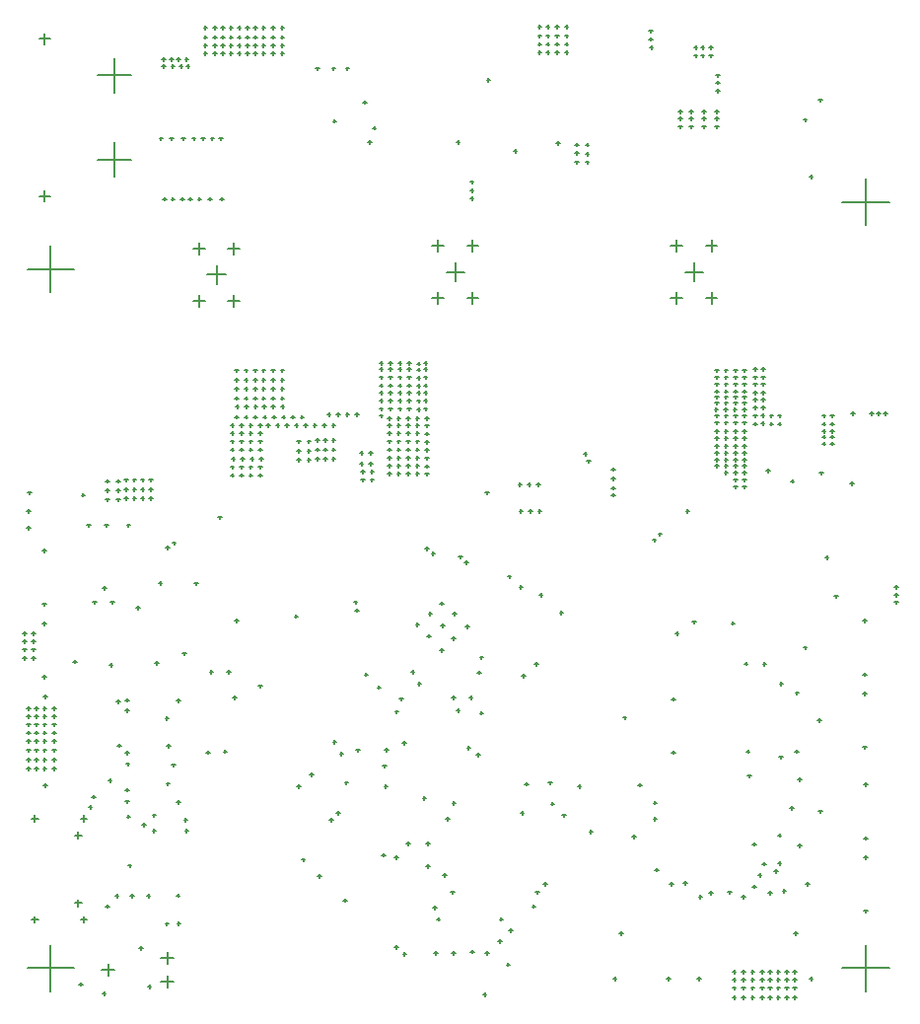
<source format=gbr>
%TF.GenerationSoftware,Altium Limited,Altium Designer,23.1.1 (15)*%
G04 Layer_Color=128*
%FSLAX45Y45*%
%MOMM*%
%TF.SameCoordinates,3B15BE60-5205-462F-B1BE-89E8C5D5736D*%
%TF.FilePolarity,Positive*%
%TF.FileFunction,Drillmap*%
%TF.Part,Single*%
G01*
G75*
%TA.AperFunction,NonConductor*%
%ADD188C,0.12700*%
D188*
X7005000Y10860000D02*
X7295000D01*
X7150000Y10715000D02*
Y11005000D01*
X10175000Y8950000D02*
X10275000D01*
X10225000Y8900000D02*
Y9000000D01*
X9875000Y8950000D02*
X9975000D01*
X9925000Y8900000D02*
Y9000000D01*
X10175000Y9400000D02*
X10275000D01*
X10225000Y9350000D02*
Y9450000D01*
X9875000Y9400000D02*
X9975000D01*
X9925000Y9350000D02*
Y9450000D01*
X9997500Y9175000D02*
X10152500D01*
X10075000Y9097500D02*
Y9252500D01*
X8125000Y8925000D02*
X8225000D01*
X8175000Y8875000D02*
Y8975000D01*
X7825000Y8925000D02*
X7925000D01*
X7875000Y8875000D02*
Y8975000D01*
X8125000Y9375000D02*
X8225000D01*
X8175000Y9325000D02*
Y9425000D01*
X7825000Y9375000D02*
X7925000D01*
X7875000Y9325000D02*
Y9425000D01*
X7947500Y9150000D02*
X8102500D01*
X8025000Y9072500D02*
Y9227500D01*
X12225000Y8950000D02*
X12325000D01*
X12275000Y8900000D02*
Y9000000D01*
X11925001Y8950000D02*
X12025000D01*
X11975000Y8900000D02*
Y9000000D01*
X12225000Y9400000D02*
X12325000D01*
X12275000Y9350000D02*
Y9450000D01*
X11925001Y9400000D02*
X12025000D01*
X11975000Y9350000D02*
Y9450000D01*
X12047500Y9175000D02*
X12202500D01*
X12125000Y9097500D02*
Y9252500D01*
X7548650Y3084900D02*
X7655350D01*
X7602000Y3031550D02*
Y3138250D01*
X7548650Y3288100D02*
X7655350D01*
X7602000Y3234750D02*
Y3341450D01*
X7040650Y3186500D02*
X7147350D01*
X7094000Y3133150D02*
Y3239850D01*
X6400000Y9200000D02*
X6800000D01*
X6600000Y9000000D02*
Y9400000D01*
X7005000Y10140000D02*
X7295000D01*
X7150000Y9995000D02*
Y10285000D01*
X6505000Y9825000D02*
X6595000D01*
X6550000Y9780000D02*
Y9870000D01*
X6505000Y11175000D02*
X6595000D01*
X6550000Y11130000D02*
Y11220000D01*
X6400000Y3200000D02*
X6800000D01*
X6600000Y3000000D02*
Y3400000D01*
X13400000Y3200000D02*
X13800000D01*
X13600000Y3000000D02*
Y3400000D01*
X13400000Y9775000D02*
X13800000D01*
X13600000Y9575000D02*
Y9975000D01*
X6805000Y3760000D02*
X6865000D01*
X6835000Y3730000D02*
Y3790000D01*
X6805000Y4340000D02*
X6865000D01*
X6835000Y4310000D02*
Y4370000D01*
X6857500Y4482500D02*
X6912500D01*
X6885000Y4455000D02*
Y4510000D01*
X6857500Y3617500D02*
X6912500D01*
X6885000Y3590000D02*
Y3645000D01*
X6437500Y3617500D02*
X6492500D01*
X6465000Y3590000D02*
Y3645000D01*
X6437500Y4482500D02*
X6492500D01*
X6465000Y4455000D02*
Y4510000D01*
X11595000Y4330000D02*
X11625000D01*
X11610000Y4315000D02*
Y4345000D01*
X13295000Y7940000D02*
X13325000D01*
X13310001Y7925000D02*
Y7955000D01*
X13225000Y7940000D02*
X13255000D01*
X13239999Y7925000D02*
Y7955000D01*
X13295000Y7870000D02*
X13325000D01*
X13310001Y7855000D02*
Y7885000D01*
X13225000Y7870000D02*
X13255000D01*
X13239999Y7855000D02*
Y7885000D01*
X9225000Y5070000D02*
X9255000D01*
X9240000Y5055000D02*
Y5085000D01*
X9995000Y4480000D02*
X10025000D01*
X10010000Y4465000D02*
Y4495000D01*
X9655000Y4270000D02*
X9685000D01*
X9670000Y4255000D02*
Y4285000D01*
X10045000Y5520000D02*
X10075000D01*
X10060000Y5505000D02*
Y5535000D01*
X9025000Y5140000D02*
X9055000D01*
X9040000Y5125000D02*
Y5155000D01*
X7475000Y4510000D02*
X7505000D01*
X7490000Y4495000D02*
Y4525000D01*
X7425000Y3820000D02*
X7455000D01*
X7440000Y3805000D02*
Y3835000D01*
X7155000Y3820000D02*
X7185000D01*
X7170000Y3805000D02*
Y3835000D01*
X10445000Y3430000D02*
X10475000D01*
X10460000Y3415000D02*
Y3445000D01*
X10515000Y3230000D02*
X10545000D01*
X10530000Y3215000D02*
Y3245000D01*
X9555000Y4150000D02*
X9585000D01*
X9570000Y4135000D02*
Y4165000D01*
X6360300Y6002658D02*
X6390300D01*
X6375300Y5987658D02*
Y6017658D01*
X6360300Y5932658D02*
X6390300D01*
X6375300Y5917658D02*
Y5947658D01*
X6360300Y5862658D02*
X6390300D01*
X6375300Y5847658D02*
Y5877658D01*
X6440300Y6072658D02*
X6470300D01*
X6455300Y6057658D02*
Y6087658D01*
X6440300Y6002658D02*
X6470300D01*
X6455300Y5987658D02*
Y6017658D01*
X6440300Y5932658D02*
X6470300D01*
X6455300Y5917658D02*
Y5947658D01*
X6440300Y5862658D02*
X6470300D01*
X6455300Y5847658D02*
Y5877658D01*
X6360300Y6072658D02*
X6390300D01*
X6375300Y6057658D02*
Y6087658D01*
X12975000Y3030000D02*
X13005000D01*
X12989999Y3015000D02*
Y3045000D01*
X6465000Y4910000D02*
X6495000D01*
X6480000Y4895000D02*
Y4925000D01*
X6465000Y4990000D02*
X6495000D01*
X6480000Y4975000D02*
Y5005000D01*
X6465000Y5070000D02*
X6495000D01*
X6480000Y5055000D02*
Y5085000D01*
X6465000Y5150000D02*
X6495000D01*
X6480000Y5135000D02*
Y5165000D01*
X6465000Y5220000D02*
X6495000D01*
X6480000Y5205000D02*
Y5235000D01*
X6465000Y5290000D02*
X6495000D01*
X6480000Y5275000D02*
Y5305000D01*
X6465000Y5360000D02*
X6495000D01*
X6480000Y5345000D02*
Y5375000D01*
X6465000Y5430000D02*
X6495000D01*
X6480000Y5415000D02*
Y5445000D01*
X6395000Y5430000D02*
X6425000D01*
X6410000Y5415000D02*
Y5445000D01*
X6395000Y5360000D02*
X6425000D01*
X6410000Y5345000D02*
Y5375000D01*
X6395000Y5290000D02*
X6425000D01*
X6410000Y5275000D02*
Y5305000D01*
X6395000Y5220000D02*
X6425000D01*
X6410000Y5205000D02*
Y5235000D01*
X6395000Y5150000D02*
X6425000D01*
X6410000Y5135000D02*
Y5165000D01*
X6395000Y5070000D02*
X6425000D01*
X6410000Y5055000D02*
Y5085000D01*
X6395000Y4990000D02*
X6425000D01*
X6410000Y4975000D02*
Y5005000D01*
X6395000Y4910000D02*
X6425000D01*
X6410000Y4895000D02*
Y4925000D01*
X6535000Y5430000D02*
X6565000D01*
X6550000Y5415000D02*
Y5445000D01*
X6535000Y5360000D02*
X6565000D01*
X6550000Y5345000D02*
Y5375000D01*
X6535000Y5290000D02*
X6565000D01*
X6550000Y5275000D02*
Y5305000D01*
X6535000Y5220000D02*
X6565000D01*
X6550000Y5205000D02*
Y5235000D01*
X6535000Y5150000D02*
X6565000D01*
X6550000Y5135000D02*
Y5165000D01*
X6535000Y5070000D02*
X6565000D01*
X6550000Y5055000D02*
Y5085000D01*
X6535000Y4990000D02*
X6565000D01*
X6550000Y4975000D02*
Y5005000D01*
X6535000Y4910000D02*
X6565000D01*
X6550000Y4895000D02*
Y4925000D01*
X6615000Y5430000D02*
X6645000D01*
X6630000Y5415000D02*
Y5445000D01*
X6615000Y5360000D02*
X6645000D01*
X6630000Y5345000D02*
Y5375000D01*
X6615000Y5290000D02*
X6645000D01*
X6630000Y5275000D02*
Y5305000D01*
X6615000Y5220000D02*
X6645000D01*
X6630000Y5205000D02*
Y5235000D01*
X6615000Y5150000D02*
X6645000D01*
X6630000Y5135000D02*
Y5165000D01*
X6615000Y5070000D02*
X6645000D01*
X6630000Y5055000D02*
Y5085000D01*
X6615000Y4990000D02*
X6645000D01*
X6630000Y4975000D02*
Y5005000D01*
X6615000Y4910000D02*
X6645000D01*
X6630000Y4895000D02*
Y4925000D01*
X12455000Y2950000D02*
X12485000D01*
X12470000Y2935000D02*
Y2965000D01*
X12535000Y2950000D02*
X12565000D01*
X12550000Y2935000D02*
Y2965000D01*
X12615000Y2950000D02*
X12645000D01*
X12630000Y2935000D02*
Y2965000D01*
X12695000Y2950000D02*
X12725000D01*
X12710000Y2935000D02*
Y2965000D01*
X12765000Y2950000D02*
X12795000D01*
X12780000Y2935000D02*
Y2965000D01*
X12835001Y2950000D02*
X12864999D01*
X12850000Y2935000D02*
Y2965000D01*
X12905000Y2950000D02*
X12935001D01*
X12920000Y2935000D02*
Y2965000D01*
X12975000Y2950000D02*
X13005000D01*
X12989999Y2935000D02*
Y2965000D01*
X12455000Y3030000D02*
X12485000D01*
X12470000Y3015000D02*
Y3045000D01*
X12535000Y3030000D02*
X12565000D01*
X12550000Y3015000D02*
Y3045000D01*
X12615000Y3030000D02*
X12645000D01*
X12630000Y3015000D02*
Y3045000D01*
X12695000Y3030000D02*
X12725000D01*
X12710000Y3015000D02*
Y3045000D01*
X12765000Y3030000D02*
X12795000D01*
X12780000Y3015000D02*
Y3045000D01*
X12835001Y3030000D02*
X12864999D01*
X12850000Y3015000D02*
Y3045000D01*
X12905000Y3030000D02*
X12935001D01*
X12920000Y3015000D02*
Y3045000D01*
X12455000Y3170000D02*
X12485000D01*
X12470000Y3155000D02*
Y3185000D01*
X12535000Y3170000D02*
X12565000D01*
X12550000Y3155000D02*
Y3185000D01*
X12615000Y3170000D02*
X12645000D01*
X12630000Y3155000D02*
Y3185000D01*
X12695000Y3170000D02*
X12725000D01*
X12710000Y3155000D02*
Y3185000D01*
X12765000Y3170000D02*
X12795000D01*
X12780000Y3155000D02*
Y3185000D01*
X12835001Y3170000D02*
X12864999D01*
X12850000Y3155000D02*
Y3185000D01*
X12905000Y3170000D02*
X12935001D01*
X12920000Y3155000D02*
Y3185000D01*
X12975000Y3170000D02*
X13005000D01*
X12989999Y3155000D02*
Y3185000D01*
X12975000Y3100000D02*
X13005000D01*
X12989999Y3085000D02*
Y3115000D01*
X12905000Y3100000D02*
X12935001D01*
X12920000Y3085000D02*
Y3115000D01*
X12835001Y3100000D02*
X12864999D01*
X12850000Y3085000D02*
Y3115000D01*
X12765000Y3100000D02*
X12795000D01*
X12780000Y3085000D02*
Y3115000D01*
X12695000Y3100000D02*
X12725000D01*
X12710000Y3085000D02*
Y3115000D01*
X12615000Y3100000D02*
X12645000D01*
X12630000Y3085000D02*
Y3115000D01*
X12535000Y3100000D02*
X12565000D01*
X12550000Y3085000D02*
Y3115000D01*
X12455000Y3100000D02*
X12485000D01*
X12470000Y3085000D02*
Y3115000D01*
X12675000Y4000000D02*
X12705000D01*
X12690000Y3985000D02*
Y4015000D01*
X12814999Y4030000D02*
X12845000D01*
X12830000Y4015000D02*
Y4045000D01*
X9557218Y5400000D02*
X9587218D01*
X9572218Y5385000D02*
Y5415000D01*
X9445000Y4170000D02*
X9475000D01*
X9460000Y4155000D02*
Y4185000D01*
X10085000Y5410000D02*
X10115000D01*
X10100000Y5395000D02*
Y5425000D01*
X10195000Y5520000D02*
X10225000D01*
X10210000Y5505000D02*
Y5535000D01*
X6795000Y5830000D02*
X6825000D01*
X6810000Y5815000D02*
Y5845000D01*
X11415000Y7260000D02*
X11445000D01*
X11430000Y7245000D02*
Y7275000D01*
X11415000Y7320000D02*
X11445000D01*
X11430000Y7305000D02*
Y7335000D01*
X11415000Y7400000D02*
X11445000D01*
X11430000Y7385000D02*
Y7415000D01*
X11415000Y7480000D02*
X11445000D01*
X11430000Y7465000D02*
Y7495000D01*
X13475000Y7960000D02*
X13505000D01*
X13489999Y7945000D02*
Y7975000D01*
X13464999Y7360000D02*
X13495000D01*
X13480000Y7345000D02*
Y7375000D01*
X13251678Y6722405D02*
X13281677D01*
X13266678Y6707405D02*
Y6737405D01*
X13330637Y6390240D02*
X13360637D01*
X13345638Y6375240D02*
Y6405240D01*
X12745000Y7470000D02*
X12775000D01*
X12760000Y7455000D02*
Y7485000D01*
X11743189Y11099973D02*
X11773189D01*
X11758189Y11084974D02*
Y11114973D01*
X11739784Y11171657D02*
X11769784D01*
X11754784Y11156657D02*
Y11186657D01*
X11739784Y11241657D02*
X11769784D01*
X11754784Y11226657D02*
Y11256657D01*
X9825000Y4270000D02*
X9855000D01*
X9840000Y4255000D02*
Y4285000D01*
X6395000Y6980000D02*
X6425000D01*
X6410000Y6965000D02*
Y6995000D01*
X12035000Y3930000D02*
X12065000D01*
X12050000Y3915000D02*
Y3945000D01*
X9895000Y3330000D02*
X9925000D01*
X9910000Y3315000D02*
Y3345000D01*
X10045000Y3330000D02*
X10075000D01*
X10060000Y3315000D02*
Y3345000D01*
X10205000Y3340000D02*
X10235000D01*
X10220000Y3325000D02*
Y3355000D01*
X13114999Y9990000D02*
X13145000D01*
X13130000Y9975000D02*
Y10005000D01*
X11995000Y10550000D02*
X12025000D01*
X12010000Y10535000D02*
Y10565000D01*
X11995000Y10490000D02*
X12025000D01*
X12010000Y10475000D02*
Y10505000D01*
X11995000Y10420000D02*
X12025000D01*
X12010000Y10405000D02*
Y10435000D01*
X12085000Y10550000D02*
X12115000D01*
X12100000Y10535000D02*
Y10565000D01*
X12085000Y10490000D02*
X12115000D01*
X12100000Y10475000D02*
Y10505000D01*
X12085000Y10420000D02*
X12115000D01*
X12100000Y10405000D02*
Y10435000D01*
X12195000Y10550000D02*
X12225000D01*
X12210000Y10535000D02*
Y10565000D01*
X12195000Y10490000D02*
X12225000D01*
X12210000Y10475000D02*
Y10505000D01*
X12195000Y10420000D02*
X12225000D01*
X12210000Y10405000D02*
Y10435000D01*
X13845000Y6470000D02*
X13875000D01*
X13860001Y6455000D02*
Y6485000D01*
X13845000Y6400000D02*
X13875000D01*
X13860001Y6385000D02*
Y6415000D01*
X13845000Y6340000D02*
X13875000D01*
X13860001Y6325000D02*
Y6355000D01*
X13755000Y7960000D02*
X13785001D01*
X13770000Y7945000D02*
Y7975000D01*
X13695000Y7960000D02*
X13725000D01*
X13710001Y7945000D02*
Y7975000D01*
X13635001Y7960000D02*
X13664999D01*
X13650000Y7945000D02*
Y7975000D01*
X13195000Y10650000D02*
X13225000D01*
X13210001Y10635000D02*
Y10665000D01*
X12125000Y11030000D02*
X12155000D01*
X12140000Y11015000D02*
Y11045000D01*
X12185000Y11030000D02*
X12215000D01*
X12200000Y11015000D02*
Y11045000D01*
X12255000Y11030000D02*
X12285000D01*
X12270000Y11015000D02*
Y11045000D01*
X12125000Y11100000D02*
X12155000D01*
X12140000Y11085000D02*
Y11115000D01*
X12185000Y11100000D02*
X12215000D01*
X12200000Y11085000D02*
Y11115000D01*
X12255000Y11100000D02*
X12285000D01*
X12270000Y11085000D02*
Y11115000D01*
X12315000Y10730000D02*
X12345000D01*
X12330000Y10715000D02*
Y10745000D01*
X12315000Y10800000D02*
X12345000D01*
X12330000Y10785000D02*
Y10815000D01*
X12315000Y10860000D02*
X12345000D01*
X12330000Y10845000D02*
Y10875000D01*
X13064999Y10480000D02*
X13095000D01*
X13080000Y10465000D02*
Y10495000D01*
X12305000Y10420000D02*
X12335000D01*
X12320000Y10405000D02*
Y10435000D01*
X12305000Y10490000D02*
X12335000D01*
X12320000Y10475000D02*
Y10505000D01*
X12305000Y10550000D02*
X12335000D01*
X12320000Y10535000D02*
Y10565000D01*
X11192764Y10115706D02*
X11222764D01*
X11207764Y10100706D02*
Y10130706D01*
X11192764Y10185706D02*
X11222764D01*
X11207764Y10170706D02*
Y10200706D01*
X11192764Y10265706D02*
X11222764D01*
X11207764Y10250706D02*
Y10280706D01*
X11102764Y10115706D02*
X11132764D01*
X11117764Y10100706D02*
Y10130706D01*
X11102764Y10195706D02*
X11132764D01*
X11117764Y10180706D02*
Y10210706D01*
X11102764Y10265706D02*
X11132764D01*
X11117764Y10250706D02*
Y10280706D01*
X10202764Y9805706D02*
X10232764D01*
X10217764Y9790706D02*
Y9820706D01*
X10202764Y9875706D02*
X10232764D01*
X10217764Y9860706D02*
Y9890706D01*
X10202764Y9945706D02*
X10232764D01*
X10217764Y9930706D02*
Y9960706D01*
X11015000Y11280000D02*
X11045000D01*
X11030000Y11265000D02*
Y11295000D01*
X10935000Y11280000D02*
X10965000D01*
X10950000Y11265000D02*
Y11295000D01*
X10855000Y11280000D02*
X10885000D01*
X10870000Y11265000D02*
Y11295000D01*
X10785000Y11280000D02*
X10815000D01*
X10800000Y11265000D02*
Y11295000D01*
X10785000Y11200000D02*
X10815000D01*
X10800000Y11185000D02*
Y11215000D01*
X10855000Y11200000D02*
X10885000D01*
X10870000Y11185000D02*
Y11215000D01*
X10935000Y11200000D02*
X10965000D01*
X10950000Y11185000D02*
Y11215000D01*
X11015000Y11200000D02*
X11045000D01*
X11030000Y11185000D02*
Y11215000D01*
X10785000Y11130000D02*
X10815000D01*
X10800000Y11115000D02*
Y11145000D01*
X10855000Y11130000D02*
X10885000D01*
X10870000Y11115000D02*
Y11145000D01*
X10935000Y11130000D02*
X10965000D01*
X10950000Y11115000D02*
Y11145000D01*
X11015000Y11130000D02*
X11045000D01*
X11030000Y11115000D02*
Y11145000D01*
X10785000Y11060000D02*
X10815000D01*
X10800000Y11045000D02*
Y11075000D01*
X10855000Y11060000D02*
X10885000D01*
X10870000Y11045000D02*
Y11075000D01*
X10935000Y11060000D02*
X10965000D01*
X10950000Y11045000D02*
Y11075000D01*
X11015000Y11060000D02*
X11045000D01*
X11030000Y11045000D02*
Y11075000D01*
X10945000Y10280000D02*
X10975000D01*
X10960000Y10265000D02*
Y10295000D01*
X10575000Y10210000D02*
X10605000D01*
X10590000Y10195000D02*
Y10225000D01*
X10085000Y10290000D02*
X10115000D01*
X10100000Y10275000D02*
Y10305000D01*
X10345000Y10820000D02*
X10375000D01*
X10360000Y10805000D02*
Y10835000D01*
X8055000Y9800000D02*
X8085000D01*
X8070000Y9785000D02*
Y9815000D01*
X7955000Y9800000D02*
X7985000D01*
X7970000Y9785000D02*
Y9815000D01*
X7865000Y9800000D02*
X7895000D01*
X7880000Y9785000D02*
Y9815000D01*
X7785000Y9800000D02*
X7815000D01*
X7800000Y9785000D02*
Y9815000D01*
X7715000Y9800000D02*
X7745000D01*
X7730000Y9785000D02*
Y9815000D01*
X7635000Y9800000D02*
X7665000D01*
X7650000Y9785000D02*
Y9815000D01*
X7565000Y9800000D02*
X7595000D01*
X7580000Y9785000D02*
Y9815000D01*
X9285000Y10630000D02*
X9315000D01*
X9300000Y10615000D02*
Y10645000D01*
X9015000Y10920000D02*
X9045000D01*
X9030000Y10905000D02*
Y10935000D01*
X8875000Y10920000D02*
X8905000D01*
X8890000Y10905000D02*
Y10935000D01*
X9135000Y10920000D02*
X9165000D01*
X9150000Y10905000D02*
Y10935000D01*
X9365000Y10410000D02*
X9395000D01*
X9380000Y10395000D02*
Y10425000D01*
X9325000Y10290000D02*
X9355000D01*
X9340000Y10275000D02*
Y10305000D01*
X8575000Y11050000D02*
X8605000D01*
X8590000Y11035000D02*
Y11065000D01*
X8495000Y11050000D02*
X8525000D01*
X8510000Y11035000D02*
Y11065000D01*
X8415000Y11050000D02*
X8445000D01*
X8430000Y11035000D02*
Y11065000D01*
X8345000Y11050000D02*
X8375000D01*
X8360000Y11035000D02*
Y11065000D01*
X8275000Y11050000D02*
X8305000D01*
X8290000Y11035000D02*
Y11065000D01*
X8205000Y11050000D02*
X8235000D01*
X8220000Y11035000D02*
Y11065000D01*
X8135000Y11050000D02*
X8165000D01*
X8150000Y11035000D02*
Y11065000D01*
X8065000Y11050000D02*
X8095000D01*
X8080000Y11035000D02*
Y11065000D01*
X7995000Y11050000D02*
X8025000D01*
X8010000Y11035000D02*
Y11065000D01*
X7915000Y11050000D02*
X7945000D01*
X7930000Y11035000D02*
Y11065000D01*
X8575000Y11120000D02*
X8605000D01*
X8590000Y11105000D02*
Y11135000D01*
X8495000Y11120000D02*
X8525000D01*
X8510000Y11105000D02*
Y11135000D01*
X8415000Y11120000D02*
X8445000D01*
X8430000Y11105000D02*
Y11135000D01*
X8345000Y11120000D02*
X8375000D01*
X8360000Y11105000D02*
Y11135000D01*
X8275000Y11120000D02*
X8305000D01*
X8290000Y11105000D02*
Y11135000D01*
X8205000Y11120000D02*
X8235000D01*
X8220000Y11105000D02*
Y11135000D01*
X8135000Y11120000D02*
X8165000D01*
X8150000Y11105000D02*
Y11135000D01*
X8065000Y11120000D02*
X8095000D01*
X8080000Y11105000D02*
Y11135000D01*
X7995000Y11120000D02*
X8025000D01*
X8010000Y11105000D02*
Y11135000D01*
X7915000Y11120000D02*
X7945000D01*
X7930000Y11105000D02*
Y11135000D01*
X8575000Y11190000D02*
X8605000D01*
X8590000Y11175000D02*
Y11205000D01*
X8495000Y11190000D02*
X8525000D01*
X8510000Y11175000D02*
Y11205000D01*
X8415000Y11190000D02*
X8445000D01*
X8430000Y11175000D02*
Y11205000D01*
X8345000Y11190000D02*
X8375000D01*
X8360000Y11175000D02*
Y11205000D01*
X8275000Y11190000D02*
X8305000D01*
X8290000Y11175000D02*
Y11205000D01*
X8205000Y11190000D02*
X8235000D01*
X8220000Y11175000D02*
Y11205000D01*
X8135000Y11190000D02*
X8165000D01*
X8150000Y11175000D02*
Y11205000D01*
X8065000Y11190000D02*
X8095000D01*
X8080000Y11175000D02*
Y11205000D01*
X7995000Y11190000D02*
X8025000D01*
X8010000Y11175000D02*
Y11205000D01*
X7915000Y11190000D02*
X7945000D01*
X7930000Y11175000D02*
Y11205000D01*
X7915000Y11270000D02*
X7945000D01*
X7930000Y11255000D02*
Y11285000D01*
X7995000Y11270000D02*
X8025000D01*
X8010000Y11255000D02*
Y11285000D01*
X8065000Y11270000D02*
X8095000D01*
X8080000Y11255000D02*
Y11285000D01*
X8135000Y11270000D02*
X8165000D01*
X8150000Y11255000D02*
Y11285000D01*
X8205000Y11270000D02*
X8235000D01*
X8220000Y11255000D02*
Y11285000D01*
X8275000Y11270000D02*
X8305000D01*
X8290000Y11255000D02*
Y11285000D01*
X8345000Y11270000D02*
X8375000D01*
X8360000Y11255000D02*
Y11285000D01*
X8415000Y11270000D02*
X8445000D01*
X8430000Y11255000D02*
Y11285000D01*
X8495000Y11270000D02*
X8525000D01*
X8510000Y11255000D02*
Y11285000D01*
X8575000Y11270000D02*
X8605000D01*
X8590000Y11255000D02*
Y11285000D01*
X8045000Y10320000D02*
X8075000D01*
X8060000Y10305000D02*
Y10335000D01*
X7975000Y10320000D02*
X8005000D01*
X7990000Y10305000D02*
Y10335000D01*
X7895000Y10320000D02*
X7925000D01*
X7910000Y10305000D02*
Y10335000D01*
X7815000Y10320000D02*
X7845000D01*
X7830000Y10305000D02*
Y10335000D01*
X7725000Y10320000D02*
X7755000D01*
X7740000Y10305000D02*
Y10335000D01*
X7625349Y10318751D02*
X7655349D01*
X7640349Y10303751D02*
Y10333751D01*
X7535000Y10320000D02*
X7565000D01*
X7550000Y10305000D02*
Y10335000D01*
X9025000Y10470000D02*
X9055000D01*
X9040000Y10455000D02*
Y10485000D01*
X7765000Y10940000D02*
X7795000D01*
X7780000Y10925000D02*
Y10955000D01*
X7705000Y10940000D02*
X7735000D01*
X7720000Y10925000D02*
Y10955000D01*
X7635000Y10940000D02*
X7665000D01*
X7650000Y10925000D02*
Y10955000D01*
X7555000Y10940000D02*
X7585000D01*
X7570000Y10925000D02*
Y10955000D01*
X7755000Y11000000D02*
X7785000D01*
X7770000Y10985000D02*
Y11015000D01*
X7685000Y11000000D02*
X7715000D01*
X7700000Y10985000D02*
Y11015000D01*
X7625000Y11000000D02*
X7655000D01*
X7640000Y10985000D02*
Y11015000D01*
X7555000Y11000000D02*
X7585000D01*
X7570000Y10985000D02*
Y11015000D01*
X12705000Y8010000D02*
X12735000D01*
X12720000Y7995000D02*
Y8025000D01*
X12705000Y8080000D02*
X12735000D01*
X12720000Y8065000D02*
Y8095000D01*
X12705000Y8140000D02*
X12735000D01*
X12720000Y8125000D02*
Y8155000D01*
X12705000Y8210000D02*
X12735000D01*
X12720000Y8195000D02*
Y8225000D01*
X12705000Y8270000D02*
X12735000D01*
X12720000Y8255000D02*
Y8285000D01*
X12705000Y8340000D02*
X12735000D01*
X12720000Y8325000D02*
Y8355000D01*
X12635000Y8270000D02*
X12665000D01*
X12650000Y8255000D02*
Y8285000D01*
X12635000Y8340000D02*
X12665000D01*
X12650000Y8325000D02*
Y8355000D01*
X12635000Y8140000D02*
X12665000D01*
X12650000Y8125000D02*
Y8155000D01*
X12635000Y8210000D02*
X12665000D01*
X12650000Y8195000D02*
Y8225000D01*
X12635000Y8010000D02*
X12665000D01*
X12650000Y7995000D02*
Y8025000D01*
X12635000Y8080000D02*
X12665000D01*
X12650000Y8065000D02*
Y8095000D01*
X13225000Y7700000D02*
X13255000D01*
X13239999Y7685000D02*
Y7715000D01*
X13295000Y7700000D02*
X13325000D01*
X13310001Y7685000D02*
Y7715000D01*
X13225000Y7760000D02*
X13255000D01*
X13239999Y7745000D02*
Y7775000D01*
X13295000Y7760000D02*
X13325000D01*
X13310001Y7745000D02*
Y7775000D01*
X13225000Y7810000D02*
X13255000D01*
X13239999Y7795000D02*
Y7825000D01*
X13295000Y7810000D02*
X13325000D01*
X13310001Y7795000D02*
Y7825000D01*
X12845000Y7940000D02*
X12875000D01*
X12860001Y7925000D02*
Y7955000D01*
X12845000Y7870000D02*
X12875000D01*
X12860001Y7855000D02*
Y7885000D01*
X12775000Y7940000D02*
X12805000D01*
X12790000Y7925000D02*
Y7955000D01*
X12775000Y7870000D02*
X12805000D01*
X12790000Y7855000D02*
Y7885000D01*
X12700501Y7944000D02*
X12730501D01*
X12715501Y7929000D02*
Y7959000D01*
X12700501Y7874000D02*
X12730501D01*
X12715501Y7859000D02*
Y7889000D01*
X12635000Y7940000D02*
X12665000D01*
X12650000Y7925000D02*
Y7955000D01*
X12635000Y7870000D02*
X12665000D01*
X12650000Y7855000D02*
Y7885000D01*
X12545000Y7330000D02*
X12575000D01*
X12560000Y7315000D02*
Y7345000D01*
X12465000Y7330000D02*
X12495000D01*
X12480000Y7315000D02*
Y7345000D01*
X12465000Y7390000D02*
X12495000D01*
X12480000Y7375000D02*
Y7405000D01*
X12545000Y7390000D02*
X12575000D01*
X12560000Y7375000D02*
Y7405000D01*
X12385000Y7450000D02*
X12415000D01*
X12400000Y7435000D02*
Y7465000D01*
X12465000Y7450000D02*
X12495000D01*
X12480000Y7435000D02*
Y7465000D01*
X12545000Y7450000D02*
X12575000D01*
X12560000Y7435000D02*
Y7465000D01*
X12545000Y7510000D02*
X12575000D01*
X12560000Y7495000D02*
Y7525000D01*
X12465000Y7510000D02*
X12495000D01*
X12480000Y7495000D02*
Y7525000D01*
X12385000Y7510000D02*
X12415000D01*
X12400000Y7495000D02*
Y7525000D01*
X12305000Y7510000D02*
X12335000D01*
X12320000Y7495000D02*
Y7525000D01*
X12545000Y7560000D02*
X12575000D01*
X12560000Y7545000D02*
Y7575000D01*
X12465000Y7560000D02*
X12495000D01*
X12480000Y7545000D02*
Y7575000D01*
X12385000Y7560000D02*
X12415000D01*
X12400000Y7545000D02*
Y7575000D01*
X12305000Y7560000D02*
X12335000D01*
X12320000Y7545000D02*
Y7575000D01*
X12545000Y7620000D02*
X12575000D01*
X12560000Y7605000D02*
Y7635000D01*
X12465000Y7620000D02*
X12495000D01*
X12480000Y7605000D02*
Y7635000D01*
X12385000Y7620000D02*
X12415000D01*
X12400000Y7605000D02*
Y7635000D01*
X12305000Y7620000D02*
X12335000D01*
X12320000Y7605000D02*
Y7635000D01*
X12545000Y7680000D02*
X12575000D01*
X12560000Y7665000D02*
Y7695000D01*
X12465000Y7680000D02*
X12495000D01*
X12480000Y7665000D02*
Y7695000D01*
X12385000Y7680000D02*
X12415000D01*
X12400000Y7665000D02*
Y7695000D01*
X12305000Y7680000D02*
X12335000D01*
X12320000Y7665000D02*
Y7695000D01*
X12545000Y7750000D02*
X12575000D01*
X12560000Y7735000D02*
Y7765000D01*
X12465000Y7750000D02*
X12495000D01*
X12480000Y7735000D02*
Y7765000D01*
X12385000Y7750000D02*
X12415000D01*
X12400000Y7735000D02*
Y7765000D01*
X12305000Y7750000D02*
X12335000D01*
X12320000Y7735000D02*
Y7765000D01*
X12545000Y7810000D02*
X12575000D01*
X12560000Y7795000D02*
Y7825000D01*
X12465000Y7810000D02*
X12495000D01*
X12480000Y7795000D02*
Y7825000D01*
X12385000Y7810000D02*
X12415000D01*
X12400000Y7795000D02*
Y7825000D01*
X12305000Y7810000D02*
X12335000D01*
X12320000Y7795000D02*
Y7825000D01*
X12545000Y7880000D02*
X12575000D01*
X12560000Y7865000D02*
Y7895000D01*
X12465000Y7880000D02*
X12495000D01*
X12480000Y7865000D02*
Y7895000D01*
X12385000Y7880000D02*
X12415000D01*
X12400000Y7865000D02*
Y7895000D01*
X12305000Y7880000D02*
X12335000D01*
X12320000Y7865000D02*
Y7895000D01*
X12545000Y7940000D02*
X12575000D01*
X12560000Y7925000D02*
Y7955000D01*
X12465000Y7940000D02*
X12495000D01*
X12480000Y7925000D02*
Y7955000D01*
X12385000Y7940000D02*
X12415000D01*
X12400000Y7925000D02*
Y7955000D01*
X12305000Y7940000D02*
X12335000D01*
X12320000Y7925000D02*
Y7955000D01*
X12541700Y7995000D02*
X12571700D01*
X12556700Y7980000D02*
Y8010000D01*
X12461701Y7995000D02*
X12491700D01*
X12476700Y7980000D02*
Y8010000D01*
X12381700Y7995000D02*
X12411700D01*
X12396700Y7980000D02*
Y8010000D01*
X12301700Y7995000D02*
X12331700D01*
X12316700Y7980000D02*
Y8010000D01*
X12545000Y8050000D02*
X12575000D01*
X12560000Y8035000D02*
Y8065000D01*
X12465000Y8050000D02*
X12495000D01*
X12480000Y8035000D02*
Y8065000D01*
X12385000Y8050000D02*
X12415000D01*
X12400000Y8035000D02*
Y8065000D01*
X12305000Y8050000D02*
X12335000D01*
X12320000Y8035000D02*
Y8065000D01*
X12545000Y8100000D02*
X12575000D01*
X12560000Y8085000D02*
Y8115000D01*
X12465000Y8100000D02*
X12495000D01*
X12480000Y8085000D02*
Y8115000D01*
X12385000Y8100000D02*
X12415000D01*
X12400000Y8085000D02*
Y8115000D01*
X12305000Y8100000D02*
X12335000D01*
X12320000Y8085000D02*
Y8115000D01*
X12545000Y8150000D02*
X12575000D01*
X12560000Y8135000D02*
Y8165000D01*
X12465000Y8150000D02*
X12495000D01*
X12480000Y8135000D02*
Y8165000D01*
X12385000Y8150000D02*
X12415000D01*
X12400000Y8135000D02*
Y8165000D01*
X12305000Y8150000D02*
X12335000D01*
X12320000Y8135000D02*
Y8165000D01*
X12545000Y8210000D02*
X12575000D01*
X12560000Y8195000D02*
Y8225000D01*
X12465000Y8210000D02*
X12495000D01*
X12480000Y8195000D02*
Y8225000D01*
X12385000Y8210000D02*
X12415000D01*
X12400000Y8195000D02*
Y8225000D01*
X12305000Y8210000D02*
X12335000D01*
X12320000Y8195000D02*
Y8225000D01*
X12545000Y8270000D02*
X12575000D01*
X12560000Y8255000D02*
Y8285000D01*
X12465000Y8270000D02*
X12495000D01*
X12480000Y8255000D02*
Y8285000D01*
X12385000Y8270000D02*
X12415000D01*
X12400000Y8255000D02*
Y8285000D01*
X12305000Y8270000D02*
X12335000D01*
X12320000Y8255000D02*
Y8285000D01*
X12545000Y8330000D02*
X12575000D01*
X12560000Y8315000D02*
Y8345000D01*
X12465000Y8330000D02*
X12495000D01*
X12480000Y8315000D02*
Y8345000D01*
X12385000Y8330000D02*
X12415000D01*
X12400000Y8315000D02*
Y8345000D01*
X12305000Y8330000D02*
X12335000D01*
X12320000Y8315000D02*
Y8345000D01*
X10625000Y7120000D02*
X10655000D01*
X10640000Y7105000D02*
Y7135000D01*
X10705000Y7120000D02*
X10735000D01*
X10720000Y7105000D02*
Y7135000D01*
X10785000Y7120000D02*
X10815000D01*
X10800000Y7105000D02*
Y7135000D01*
X10775000Y7350000D02*
X10805000D01*
X10790000Y7335000D02*
Y7365000D01*
X10695000Y7350000D02*
X10725000D01*
X10710000Y7335000D02*
Y7365000D01*
X10615000Y7350000D02*
X10645000D01*
X10630000Y7335000D02*
Y7365000D01*
X9265000Y7390000D02*
X9295000D01*
X9280000Y7375000D02*
Y7405000D01*
X9345000Y7390000D02*
X9375000D01*
X9360000Y7375000D02*
Y7405000D01*
X9265000Y7460000D02*
X9295000D01*
X9280000Y7445000D02*
Y7475000D01*
X9345000Y7460000D02*
X9375000D01*
X9360000Y7445000D02*
Y7475000D01*
X9255000Y7530000D02*
X9285000D01*
X9270000Y7515000D02*
Y7545000D01*
X9335000Y7530000D02*
X9365000D01*
X9350000Y7515000D02*
Y7545000D01*
X9335000Y7620000D02*
X9365000D01*
X9350000Y7605000D02*
Y7635000D01*
X9255000Y7620000D02*
X9285000D01*
X9270000Y7605000D02*
Y7635000D01*
X9805000Y8070000D02*
X9835000D01*
X9820000Y8055000D02*
Y8085000D01*
X9805000Y8140000D02*
X9835000D01*
X9820000Y8125000D02*
Y8155000D01*
X9805000Y8200000D02*
X9835000D01*
X9820000Y8185000D02*
Y8215000D01*
X9805000Y8270000D02*
X9835000D01*
X9820000Y8255000D02*
Y8285000D01*
X9805000Y8340000D02*
X9835000D01*
X9820000Y8325000D02*
Y8355000D01*
X9805000Y8390000D02*
X9835000D01*
X9820000Y8375000D02*
Y8405000D01*
X9425000Y8390000D02*
X9455000D01*
X9440000Y8375000D02*
Y8405000D01*
X9505000Y8390000D02*
X9535000D01*
X9520000Y8375000D02*
Y8405000D01*
X9585000Y8390000D02*
X9615000D01*
X9600000Y8375000D02*
Y8405000D01*
X9665000Y8390000D02*
X9695000D01*
X9680000Y8375000D02*
Y8405000D01*
X9745335Y8386095D02*
X9775335D01*
X9760335Y8371095D02*
Y8401095D01*
X9425000Y8340000D02*
X9455000D01*
X9440000Y8325000D02*
Y8355000D01*
X9505000Y8340000D02*
X9535000D01*
X9520000Y8325000D02*
Y8355000D01*
X9585000Y8340000D02*
X9615000D01*
X9600000Y8325000D02*
Y8355000D01*
X9665000Y8340000D02*
X9695000D01*
X9680000Y8325000D02*
Y8355000D01*
X9745335Y8336095D02*
X9775335D01*
X9760335Y8321095D02*
Y8351095D01*
X9425000Y8270000D02*
X9455000D01*
X9440000Y8255000D02*
Y8285000D01*
X9505000Y8270000D02*
X9535000D01*
X9520000Y8255000D02*
Y8285000D01*
X9585000Y8270000D02*
X9615000D01*
X9600000Y8255000D02*
Y8285000D01*
X9665000Y8270000D02*
X9695000D01*
X9680000Y8255000D02*
Y8285000D01*
X9745335Y8266095D02*
X9775335D01*
X9760335Y8251095D02*
Y8281095D01*
X9425000Y8200000D02*
X9455000D01*
X9440000Y8185000D02*
Y8215000D01*
X9505000Y8200000D02*
X9535000D01*
X9520000Y8185000D02*
Y8215000D01*
X9585000Y8200000D02*
X9615000D01*
X9600000Y8185000D02*
Y8215000D01*
X9665000Y8200000D02*
X9695000D01*
X9680000Y8185000D02*
Y8215000D01*
X9745335Y8196095D02*
X9775335D01*
X9760335Y8181095D02*
Y8211095D01*
X9425000Y8140000D02*
X9455000D01*
X9440000Y8125000D02*
Y8155000D01*
X9505000Y8140000D02*
X9535000D01*
X9520000Y8125000D02*
Y8155000D01*
X9585000Y8140000D02*
X9615000D01*
X9600000Y8125000D02*
Y8155000D01*
X9665000Y8140000D02*
X9695000D01*
X9680000Y8125000D02*
Y8155000D01*
X9745335Y8136095D02*
X9775335D01*
X9760335Y8121095D02*
Y8151095D01*
X9425000Y8070000D02*
X9455000D01*
X9440000Y8055000D02*
Y8085000D01*
X9505000Y8070000D02*
X9535000D01*
X9520000Y8055000D02*
Y8085000D01*
X9585000Y8070000D02*
X9615000D01*
X9600000Y8055000D02*
Y8085000D01*
X9665000Y8070000D02*
X9695000D01*
X9680000Y8055000D02*
Y8085000D01*
X9745335Y8066095D02*
X9775335D01*
X9760335Y8051095D02*
Y8081095D01*
X9815000Y7440000D02*
X9845000D01*
X9830000Y7425000D02*
Y7455000D01*
X9805000Y8000000D02*
X9835000D01*
X9820000Y7985000D02*
Y8015000D01*
X9425000Y7940000D02*
X9455000D01*
X9440000Y7925000D02*
Y7955000D01*
X9425000Y8000000D02*
X9455000D01*
X9440000Y7985000D02*
Y8015000D01*
X9505000Y8000000D02*
X9535000D01*
X9520000Y7985000D02*
Y8015000D01*
X9585000Y8000000D02*
X9615000D01*
X9600000Y7985000D02*
Y8015000D01*
X9665000Y8000000D02*
X9695000D01*
X9680000Y7985000D02*
Y8015000D01*
X9745335Y7996095D02*
X9775335D01*
X9760335Y7981095D02*
Y8011095D01*
X9495000Y7920000D02*
X9525000D01*
X9510000Y7905000D02*
Y7935000D01*
X9575000Y7920000D02*
X9605000D01*
X9590000Y7905000D02*
Y7935000D01*
X9655000Y7920000D02*
X9685000D01*
X9670000Y7905000D02*
Y7935000D01*
X9735000Y7920000D02*
X9765000D01*
X9750000Y7905000D02*
Y7935000D01*
X9815335Y7916095D02*
X9845335D01*
X9830335Y7901095D02*
Y7931095D01*
X9495000Y7860000D02*
X9525000D01*
X9510000Y7845000D02*
Y7875000D01*
X9575000Y7860000D02*
X9605000D01*
X9590000Y7845000D02*
Y7875000D01*
X9655000Y7860000D02*
X9685000D01*
X9670000Y7845000D02*
Y7875000D01*
X9735000Y7860000D02*
X9765000D01*
X9750000Y7845000D02*
Y7875000D01*
X9815335Y7856095D02*
X9845335D01*
X9830335Y7841095D02*
Y7871095D01*
X9495000Y7790000D02*
X9525000D01*
X9510000Y7775000D02*
Y7805000D01*
X9575000Y7790000D02*
X9605000D01*
X9590000Y7775000D02*
Y7805000D01*
X9655000Y7790000D02*
X9685000D01*
X9670000Y7775000D02*
Y7805000D01*
X9735000Y7790000D02*
X9765000D01*
X9750000Y7775000D02*
Y7805000D01*
X9815335Y7786095D02*
X9845335D01*
X9830335Y7771095D02*
Y7801095D01*
X9495000Y7720000D02*
X9525000D01*
X9510000Y7705000D02*
Y7735000D01*
X9575000Y7720000D02*
X9605000D01*
X9590000Y7705000D02*
Y7735000D01*
X9655000Y7720000D02*
X9685000D01*
X9670000Y7705000D02*
Y7735000D01*
X9735000Y7720000D02*
X9765000D01*
X9750000Y7705000D02*
Y7735000D01*
X9815335Y7716095D02*
X9845335D01*
X9830335Y7701095D02*
Y7731095D01*
X9495000Y7650000D02*
X9525000D01*
X9510000Y7635000D02*
Y7665000D01*
X9575000Y7650000D02*
X9605000D01*
X9590000Y7635000D02*
Y7665000D01*
X9655000Y7650000D02*
X9685000D01*
X9670000Y7635000D02*
Y7665000D01*
X9735000Y7650000D02*
X9765000D01*
X9750000Y7635000D02*
Y7665000D01*
X9815335Y7646095D02*
X9845335D01*
X9830335Y7631095D02*
Y7661095D01*
X9495000Y7580000D02*
X9525000D01*
X9510000Y7565000D02*
Y7595000D01*
X9575000Y7580000D02*
X9605000D01*
X9590000Y7565000D02*
Y7595000D01*
X9655000Y7580000D02*
X9685000D01*
X9670000Y7565000D02*
Y7595000D01*
X9735000Y7580000D02*
X9765000D01*
X9750000Y7565000D02*
Y7595000D01*
X9815335Y7576095D02*
X9845335D01*
X9830335Y7561095D02*
Y7591095D01*
X9495000Y7510000D02*
X9525000D01*
X9510000Y7495000D02*
Y7525000D01*
X9575000Y7510000D02*
X9605000D01*
X9590000Y7495000D02*
Y7525000D01*
X9655000Y7510000D02*
X9685000D01*
X9670000Y7495000D02*
Y7525000D01*
X9735000Y7510000D02*
X9765000D01*
X9750000Y7495000D02*
Y7525000D01*
X9815335Y7506095D02*
X9845335D01*
X9830335Y7491095D02*
Y7521095D01*
X9734665Y7443905D02*
X9764665D01*
X9749665Y7428905D02*
Y7458905D01*
X9654665Y7443905D02*
X9684665D01*
X9669665Y7428905D02*
Y7458905D01*
X9574665Y7443905D02*
X9604665D01*
X9589665Y7428905D02*
Y7458905D01*
X9494665Y7443905D02*
X9524665D01*
X9509665Y7428905D02*
Y7458905D01*
X8715000Y7560000D02*
X8745000D01*
X8730000Y7545000D02*
Y7575000D01*
X8715000Y7640000D02*
X8745000D01*
X8730000Y7625000D02*
Y7655000D01*
X8715000Y7720000D02*
X8745000D01*
X8730000Y7705000D02*
Y7735000D01*
X8805000Y7720000D02*
X8835000D01*
X8820000Y7705000D02*
Y7735000D01*
X8805000Y7640000D02*
X8835000D01*
X8820000Y7625000D02*
Y7655000D01*
X8805000Y7560000D02*
X8835000D01*
X8820000Y7545000D02*
Y7575000D01*
X8875000Y7730000D02*
X8905000D01*
X8890000Y7715000D02*
Y7745000D01*
X8875000Y7650000D02*
X8905000D01*
X8890000Y7635000D02*
Y7665000D01*
X8875000Y7570000D02*
X8905000D01*
X8890000Y7555000D02*
Y7585000D01*
X8945000Y7730000D02*
X8975000D01*
X8960000Y7715000D02*
Y7745000D01*
X8945000Y7650000D02*
X8975000D01*
X8960000Y7635000D02*
Y7665000D01*
X8945000Y7570000D02*
X8975000D01*
X8960000Y7555000D02*
Y7585000D01*
X9015000Y7730000D02*
X9045000D01*
X9030000Y7715000D02*
Y7745000D01*
X9015000Y7650000D02*
X9045000D01*
X9030000Y7635000D02*
Y7665000D01*
X9015000Y7570000D02*
X9045000D01*
X9030000Y7555000D02*
Y7585000D01*
X7445000Y7390000D02*
X7475000D01*
X7460000Y7375000D02*
Y7405000D01*
X7445000Y7310000D02*
X7475000D01*
X7460000Y7295000D02*
Y7325000D01*
X7445000Y7230000D02*
X7475000D01*
X7460000Y7215000D02*
Y7245000D01*
X7375000Y7230000D02*
X7405000D01*
X7390000Y7215000D02*
Y7245000D01*
X7375000Y7310000D02*
X7405000D01*
X7390000Y7295000D02*
Y7325000D01*
X7375000Y7390000D02*
X7405000D01*
X7390000Y7375000D02*
Y7405000D01*
X7305000Y7230000D02*
X7335000D01*
X7320000Y7215000D02*
Y7245000D01*
X7305000Y7310000D02*
X7335000D01*
X7320000Y7295000D02*
Y7325000D01*
X7305000Y7390000D02*
X7335000D01*
X7320000Y7375000D02*
Y7405000D01*
X7235000Y7230000D02*
X7265000D01*
X7250000Y7215000D02*
Y7245000D01*
X7235000Y7310000D02*
X7265000D01*
X7250000Y7295000D02*
Y7325000D01*
X7235000Y7390000D02*
X7265000D01*
X7250000Y7375000D02*
Y7405000D01*
X7165000Y7220000D02*
X7195000D01*
X7180000Y7205000D02*
Y7235000D01*
X7165000Y7300000D02*
X7195000D01*
X7180000Y7285000D02*
Y7315000D01*
X7165000Y7380000D02*
X7195000D01*
X7180000Y7365000D02*
Y7395000D01*
X7075000Y7380000D02*
X7105000D01*
X7090000Y7365000D02*
Y7395000D01*
X7075000Y7300000D02*
X7105000D01*
X7090000Y7285000D02*
Y7315000D01*
X7075000Y7220000D02*
X7105000D01*
X7090000Y7205000D02*
Y7235000D01*
X8575000Y8330000D02*
X8605000D01*
X8590000Y8315000D02*
Y8345000D01*
X8495000Y8330000D02*
X8525000D01*
X8510000Y8315000D02*
Y8345000D01*
X8415000Y8330000D02*
X8445000D01*
X8430000Y8315000D02*
Y8345000D01*
X8345000Y8330000D02*
X8375000D01*
X8360000Y8315000D02*
Y8345000D01*
X8265000Y8330000D02*
X8295000D01*
X8280000Y8315000D02*
Y8345000D01*
X8185000Y8330000D02*
X8215000D01*
X8200000Y8315000D02*
Y8345000D01*
X8575000Y8250000D02*
X8605000D01*
X8590000Y8235000D02*
Y8265000D01*
X8495000Y8250000D02*
X8525000D01*
X8510000Y8235000D02*
Y8265000D01*
X8415000Y8250000D02*
X8445000D01*
X8430000Y8235000D02*
Y8265000D01*
X8345000Y8250000D02*
X8375000D01*
X8360000Y8235000D02*
Y8265000D01*
X8265000Y8250000D02*
X8295000D01*
X8280000Y8235000D02*
Y8265000D01*
X8185000Y8250000D02*
X8215000D01*
X8200000Y8235000D02*
Y8265000D01*
X8575000Y8170000D02*
X8605000D01*
X8590000Y8155000D02*
Y8185000D01*
X8495000Y8170000D02*
X8525000D01*
X8510000Y8155000D02*
Y8185000D01*
X8415000Y8170000D02*
X8445000D01*
X8430000Y8155000D02*
Y8185000D01*
X8345000Y8170000D02*
X8375000D01*
X8360000Y8155000D02*
Y8185000D01*
X8265000Y8170000D02*
X8295000D01*
X8280000Y8155000D02*
Y8185000D01*
X8185000Y8170000D02*
X8215000D01*
X8200000Y8155000D02*
Y8185000D01*
X8575000Y8090000D02*
X8605000D01*
X8590000Y8075000D02*
Y8105000D01*
X8495000Y8090000D02*
X8525000D01*
X8510000Y8075000D02*
Y8105000D01*
X8415000Y8090000D02*
X8445000D01*
X8430000Y8075000D02*
Y8105000D01*
X8345000Y8090000D02*
X8375000D01*
X8360000Y8075000D02*
Y8105000D01*
X8265000Y8090000D02*
X8295000D01*
X8280000Y8075000D02*
Y8105000D01*
X8185000Y8090000D02*
X8215000D01*
X8200000Y8075000D02*
Y8105000D01*
X8187500Y8019889D02*
X8217500D01*
X8202500Y8004889D02*
Y8034889D01*
X8267500Y8019889D02*
X8297500D01*
X8282500Y8004889D02*
Y8034889D01*
X8347500Y8019889D02*
X8377500D01*
X8362500Y8004889D02*
Y8034889D01*
X8417500Y8019889D02*
X8447500D01*
X8432500Y8004889D02*
Y8034889D01*
X8497500Y8019889D02*
X8527500D01*
X8512500Y8004889D02*
Y8034889D01*
X8577500Y8019889D02*
X8607500D01*
X8592500Y8004889D02*
Y8034889D01*
X8775000Y7860000D02*
X8805000D01*
X8790000Y7845000D02*
Y7875000D01*
X8745000Y7930000D02*
X8775000D01*
X8760000Y7915000D02*
Y7945000D01*
X8665000Y7930000D02*
X8695000D01*
X8680000Y7915000D02*
Y7945000D01*
X8585000Y7930000D02*
X8615000D01*
X8600000Y7915000D02*
Y7945000D01*
X8505000Y7930000D02*
X8535000D01*
X8520000Y7915000D02*
Y7945000D01*
X8425000Y7930000D02*
X8455000D01*
X8440000Y7915000D02*
Y7945000D01*
X8345000Y7930000D02*
X8375000D01*
X8360000Y7915000D02*
Y7945000D01*
X8265000Y7930000D02*
X8295000D01*
X8280000Y7915000D02*
Y7945000D01*
X8185000Y7930000D02*
X8215000D01*
X8200000Y7915000D02*
Y7945000D01*
X9215000Y7950000D02*
X9245000D01*
X9230000Y7935000D02*
Y7965000D01*
X9135000Y7950000D02*
X9165000D01*
X9150000Y7935000D02*
Y7965000D01*
X9055000Y7950000D02*
X9085000D01*
X9070000Y7935000D02*
Y7965000D01*
X8975000Y7950000D02*
X9005000D01*
X8990000Y7935000D02*
Y7965000D01*
X9015000Y7860000D02*
X9045000D01*
X9030000Y7845000D02*
Y7875000D01*
X8935000Y7860000D02*
X8965000D01*
X8950000Y7845000D02*
Y7875000D01*
X8855000Y7860000D02*
X8885000D01*
X8870000Y7845000D02*
Y7875000D01*
X8695000Y7860000D02*
X8725000D01*
X8710000Y7845000D02*
Y7875000D01*
X8615000Y7860000D02*
X8645000D01*
X8630000Y7845000D02*
Y7875000D01*
X8535000Y7860000D02*
X8565000D01*
X8550000Y7845000D02*
Y7875000D01*
X8455000Y7860000D02*
X8485000D01*
X8470000Y7845000D02*
Y7875000D01*
X8385000Y7860000D02*
X8415000D01*
X8400000Y7845000D02*
Y7875000D01*
X8305000Y7860000D02*
X8335000D01*
X8320000Y7845000D02*
Y7875000D01*
X8225000Y7860000D02*
X8255000D01*
X8240000Y7845000D02*
Y7875000D01*
X8145000Y7860000D02*
X8175000D01*
X8160000Y7845000D02*
Y7875000D01*
X8385000Y7790000D02*
X8415000D01*
X8400000Y7775000D02*
Y7805000D01*
X8305000Y7790000D02*
X8335000D01*
X8320000Y7775000D02*
Y7805000D01*
X8225000Y7790000D02*
X8255000D01*
X8240000Y7775000D02*
Y7805000D01*
X8145000Y7790000D02*
X8175000D01*
X8160000Y7775000D02*
Y7805000D01*
X8385000Y7720000D02*
X8415000D01*
X8400000Y7705000D02*
Y7735000D01*
X8305000Y7720000D02*
X8335000D01*
X8320000Y7705000D02*
Y7735000D01*
X8225000Y7720000D02*
X8255000D01*
X8240000Y7705000D02*
Y7735000D01*
X8145000Y7720000D02*
X8175000D01*
X8160000Y7705000D02*
Y7735000D01*
X8385000Y7650000D02*
X8415000D01*
X8400000Y7635000D02*
Y7665000D01*
X8305000Y7650000D02*
X8335000D01*
X8320000Y7635000D02*
Y7665000D01*
X8225000Y7650000D02*
X8255000D01*
X8240000Y7635000D02*
Y7665000D01*
X8145000Y7650000D02*
X8175000D01*
X8160000Y7635000D02*
Y7665000D01*
X8395000Y7570000D02*
X8425000D01*
X8410000Y7555000D02*
Y7585000D01*
X8315000Y7570000D02*
X8345000D01*
X8330000Y7555000D02*
Y7585000D01*
X8235000Y7570000D02*
X8265000D01*
X8250000Y7555000D02*
Y7585000D01*
X8155000Y7570000D02*
X8185000D01*
X8170000Y7555000D02*
Y7585000D01*
X8385000Y7500000D02*
X8415000D01*
X8400000Y7485000D02*
Y7515000D01*
X8305000Y7500000D02*
X8335000D01*
X8320000Y7485000D02*
Y7515000D01*
X8225000Y7500000D02*
X8255000D01*
X8240000Y7485000D02*
Y7515000D01*
X8145000Y7500000D02*
X8175000D01*
X8160000Y7485000D02*
Y7515000D01*
X8145000Y7430000D02*
X8175000D01*
X8160000Y7415000D02*
Y7445000D01*
X8225000Y7430000D02*
X8255000D01*
X8240000Y7415000D02*
Y7445000D01*
X8305000Y7430000D02*
X8335000D01*
X8320000Y7415000D02*
Y7445000D01*
X8385000Y7430000D02*
X8415000D01*
X8400000Y7415000D02*
Y7445000D01*
X10035000Y3850000D02*
X10065000D01*
X10050000Y3835000D02*
Y3865000D01*
X10313027Y2973736D02*
X10343027D01*
X10328027Y2958736D02*
Y2988736D01*
X10335000Y3330000D02*
X10365000D01*
X10350000Y3315000D02*
Y3345000D01*
X9824644Y4072079D02*
X9854644D01*
X9839644Y4057079D02*
Y4087079D01*
X9968162Y3996125D02*
X9998162D01*
X9983162Y3981125D02*
Y4011125D01*
X9886582Y3720007D02*
X9916582D01*
X9901582Y3705007D02*
Y3735007D01*
X9915000Y3620000D02*
X9945000D01*
X9930000Y3605000D02*
Y3635000D01*
X7680067Y3822599D02*
X7710067D01*
X7695067Y3807599D02*
Y3837599D01*
X7282962Y3821996D02*
X7312961D01*
X7297962Y3806996D02*
Y3836996D01*
X7435000Y3040000D02*
X7465000D01*
X7450000Y3025000D02*
Y3055000D01*
X6844874Y3061769D02*
X6874873D01*
X6859874Y3046769D02*
Y3076769D01*
X7045000Y2980000D02*
X7075000D01*
X7060000Y2965000D02*
Y2995000D01*
X7685894Y3583847D02*
X7715894D01*
X7700894Y3568847D02*
Y3598847D01*
X7585000Y3580000D02*
X7615000D01*
X7600000Y3565000D02*
Y3595000D01*
X7362500Y3372500D02*
X7392500D01*
X7377500Y3357500D02*
Y3387500D01*
X12885001Y3860000D02*
X12914999D01*
X12900000Y3845000D02*
Y3875000D01*
X12628149Y3898502D02*
X12658149D01*
X12643149Y3883502D02*
Y3913502D01*
X12415000Y3850000D02*
X12445000D01*
X12430000Y3835000D02*
Y3865000D01*
X12254298Y3846263D02*
X12284298D01*
X12269298Y3831263D02*
Y3861263D01*
X10534874Y3521346D02*
X10564874D01*
X10549874Y3506346D02*
Y3536345D01*
X10455000Y3620000D02*
X10485000D01*
X10470000Y3605000D02*
Y3635000D01*
X12535000Y3810000D02*
X12565000D01*
X12550000Y3795000D02*
Y3825000D01*
X12165000Y3810000D02*
X12195000D01*
X12180000Y3795000D02*
Y3825000D01*
X11787937Y4042814D02*
X11817937D01*
X11802937Y4027814D02*
Y4057814D01*
X11915000Y3920000D02*
X11945000D01*
X11930000Y3905000D02*
Y3935000D01*
X11485000Y3500000D02*
X11515000D01*
X11500000Y3485000D02*
Y3515000D01*
X11430000Y3110000D02*
X11460000D01*
X11445000Y3095000D02*
Y3125000D01*
X11890000Y3110000D02*
X11920000D01*
X11905000Y3095000D02*
Y3125000D01*
X12155000Y3110000D02*
X12185000D01*
X12170000Y3095000D02*
Y3125000D01*
X13114999Y3110001D02*
X13145000D01*
X13130000Y3095001D02*
Y3125001D01*
X12985001Y3500000D02*
X13014999D01*
X13000000Y3485000D02*
Y3515000D01*
X13585001Y3690000D02*
X13614999D01*
X13600000Y3675000D02*
Y3705000D01*
X12762500Y3847500D02*
X12792500D01*
X12777500Y3832500D02*
Y3862500D01*
X12445000Y6160000D02*
X12475000D01*
X12460000Y6145000D02*
Y6175000D01*
X11515000Y5350000D02*
X11545000D01*
X11530000Y5335000D02*
Y5365000D01*
X12110637Y6170241D02*
X12140637D01*
X12125637Y6155241D02*
Y6185241D01*
X11965000Y6070000D02*
X11995000D01*
X11980000Y6055000D02*
Y6085000D01*
X10635000Y4530000D02*
X10665000D01*
X10650000Y4515000D02*
Y4545000D01*
X12955000Y7380000D02*
X12985001D01*
X12970000Y7365000D02*
Y7395000D01*
X13204318Y7449789D02*
X13234319D01*
X13219318Y7434789D02*
Y7464788D01*
X11125000Y4760000D02*
X11155000D01*
X11140000Y4745000D02*
Y4775000D01*
X6865000Y7260000D02*
X6895000D01*
X6880000Y7245000D02*
Y7275000D01*
X6405000Y7280000D02*
X6435000D01*
X6420000Y7265000D02*
Y7295000D01*
X6395000Y7120000D02*
X6425000D01*
X6410000Y7105000D02*
Y7135000D01*
X10875000Y4790000D02*
X10905000D01*
X10890000Y4775000D02*
Y4805000D01*
X10674078Y4779542D02*
X10704078D01*
X10689078Y4764542D02*
Y4794542D01*
X7255000Y7000000D02*
X7285000D01*
X7270000Y6985000D02*
Y7015000D01*
X7065000Y7000000D02*
X7095000D01*
X7080000Y6985000D02*
Y7015000D01*
X6915000Y7000000D02*
X6945000D01*
X6930000Y6985000D02*
Y7015000D01*
X8184379Y6180777D02*
X8214379D01*
X8199379Y6165777D02*
Y6195777D01*
X8085000Y5060000D02*
X8115000D01*
X8100000Y5045000D02*
Y5075000D01*
X7935000Y5050000D02*
X7965000D01*
X7950000Y5035000D02*
Y5065000D01*
X8165000Y5520000D02*
X8195000D01*
X8180000Y5505000D02*
Y5535000D01*
X8115000Y5740000D02*
X8145000D01*
X8130000Y5725000D02*
Y5755000D01*
X7735000Y5900000D02*
X7765000D01*
X7750000Y5885000D02*
Y5915000D01*
X7965000Y5740000D02*
X7995000D01*
X7980000Y5725000D02*
Y5755000D01*
X7835000Y6500000D02*
X7865000D01*
X7850000Y6485000D02*
Y6515000D01*
X7046558Y6461709D02*
X7076558D01*
X7061558Y6446709D02*
Y6476709D01*
X7526788Y6501663D02*
X7556788D01*
X7541788Y6486663D02*
Y6516663D01*
X7335000Y6290000D02*
X7365000D01*
X7350000Y6275000D02*
Y6305000D01*
X7115498Y6339497D02*
X7145498D01*
X7130498Y6324497D02*
Y6354497D01*
X6965000Y6340000D02*
X6995000D01*
X6980000Y6325000D02*
Y6355000D01*
X10048594Y4613642D02*
X10078594D01*
X10063594Y4598642D02*
Y4628642D01*
X8693662Y6218442D02*
X8723661D01*
X8708662Y6203443D02*
Y6233442D01*
X8387459Y5620406D02*
X8417459D01*
X8402459Y5605406D02*
Y5635406D01*
X6533662Y6783442D02*
X6563662D01*
X6548662Y6768442D02*
Y6798442D01*
X6533662Y6323443D02*
X6563661D01*
X6548662Y6308443D02*
Y6338442D01*
X6533662Y6158443D02*
X6563661D01*
X6548662Y6143443D02*
Y6173443D01*
X6533662Y5698443D02*
X6563661D01*
X6548662Y5683443D02*
Y5713442D01*
X7680991Y5498528D02*
X7710991D01*
X7695991Y5483529D02*
Y5513528D01*
X7638661Y4943442D02*
X7668661D01*
X7653661Y4928443D02*
Y4958442D01*
X7680991Y4623023D02*
X7710991D01*
X7695991Y4608023D02*
Y4638023D01*
X6540000Y5530000D02*
X6570000D01*
X6555000Y5515000D02*
Y5545000D01*
X6540000Y4770000D02*
X6570000D01*
X6555000Y4755000D02*
Y4785000D01*
X7584609Y5343364D02*
X7614609D01*
X7599609Y5328364D02*
Y5358364D01*
X7598335Y5107139D02*
X7628335D01*
X7613335Y5092139D02*
Y5122139D01*
X7593278Y4782060D02*
X7623278D01*
X7608278Y4767060D02*
Y4797060D01*
X7242915Y4628912D02*
X7272915D01*
X7257915Y4613912D02*
Y4643912D01*
X7245000Y4730000D02*
X7275000D01*
X7260000Y4715000D02*
Y4745000D01*
X7095000Y4810000D02*
X7125000D01*
X7110000Y4795000D02*
Y4825000D01*
X7105000Y5800000D02*
X7135000D01*
X7120000Y5785000D02*
Y5815000D01*
X7495000Y5820000D02*
X7525000D01*
X7510000Y5805000D02*
Y5835000D01*
X7240931Y5499879D02*
X7270931D01*
X7255931Y5484879D02*
Y5514879D01*
X7165000Y5490000D02*
X7195000D01*
X7180000Y5475000D02*
Y5505000D01*
X7245000Y5410000D02*
X7275000D01*
X7260000Y5395000D02*
Y5425000D01*
X7247438Y4950803D02*
X7277438D01*
X7262438Y4935803D02*
Y4965803D01*
X7240930Y5049612D02*
X7270930D01*
X7255930Y5034612D02*
Y5064612D01*
X7175000Y5110000D02*
X7205000D01*
X7190000Y5095000D02*
Y5125000D01*
X12994540Y5559865D02*
X13024541D01*
X13009541Y5544865D02*
Y5574865D01*
X12993748Y5059599D02*
X13023749D01*
X13008749Y5044599D02*
Y5074599D01*
X13014999Y4820000D02*
X13045000D01*
X13030000Y4805000D02*
Y4835000D01*
X12713292Y4094618D02*
X12743292D01*
X12728292Y4079618D02*
Y4109618D01*
X12845000Y4100000D02*
X12875000D01*
X12860001Y4085000D02*
Y4115000D01*
X13014999Y4250000D02*
X13045000D01*
X13030000Y4235000D02*
Y4265000D01*
X12845000Y4340000D02*
X12875000D01*
X12860001Y4325000D02*
Y4355000D01*
X7265000Y4080000D02*
X7295000D01*
X7280000Y4065000D02*
Y4095000D01*
X7475000Y4380000D02*
X7505000D01*
X7490000Y4365000D02*
Y4395000D01*
X6955000Y4670000D02*
X6985000D01*
X6970000Y4655000D02*
Y4685000D01*
X6925859Y4581944D02*
X6955859D01*
X6940859Y4566944D02*
Y4596944D01*
X7075000Y3730000D02*
X7105000D01*
X7090000Y3715000D02*
Y3745000D01*
X7255000Y4500000D02*
X7285000D01*
X7270000Y4485000D02*
Y4515000D01*
X7385000Y4430000D02*
X7415000D01*
X7400000Y4415000D02*
Y4445000D01*
X7755000Y4380000D02*
X7785000D01*
X7770000Y4365000D02*
Y4395000D01*
X7745000Y4470000D02*
X7775000D01*
X7760000Y4455000D02*
Y4485000D01*
X9054363Y4529363D02*
X9084363D01*
X9069363Y4514363D02*
Y4544363D01*
X11647784Y4771143D02*
X11677784D01*
X11662784Y4756143D02*
Y4786143D01*
X11225465Y4370722D02*
X11255465D01*
X11240465Y4355722D02*
Y4385722D01*
X12629252Y4264098D02*
X12659252D01*
X12644252Y4249098D02*
Y4279098D01*
X12585000Y4850000D02*
X12615000D01*
X12600000Y4835000D02*
Y4865000D01*
X13195000Y4545000D02*
X13225000D01*
X13210001Y4530000D02*
Y4560000D01*
X13085001Y3920000D02*
X13114999D01*
X13100000Y3905000D02*
Y3935000D01*
X12950000Y4575000D02*
X12980000D01*
X12964999Y4560000D02*
Y4590000D01*
X11775000Y4480000D02*
X11805000D01*
X11790000Y4465000D02*
Y4495000D01*
X11775000Y4620000D02*
X11805000D01*
X11790000Y4605000D02*
Y4635000D01*
X13585001Y4150000D02*
X13614999D01*
X13600000Y4135000D02*
Y4165000D01*
X13585001Y4315000D02*
X13614999D01*
X13600000Y4300000D02*
Y4330000D01*
X13585001Y4775000D02*
X13614999D01*
X13600000Y4760000D02*
Y4790000D01*
X13576300Y5095000D02*
X13606300D01*
X13591299Y5080000D02*
Y5110000D01*
X13186301Y5325000D02*
X13216299D01*
X13201300Y5310000D02*
Y5340000D01*
X13576300Y5555000D02*
X13606300D01*
X13591299Y5540000D02*
Y5570000D01*
X13576300Y5720000D02*
X13606300D01*
X13591299Y5705000D02*
Y5735000D01*
X13576300Y6180000D02*
X13606300D01*
X13591299Y6165000D02*
Y6195000D01*
X13064999Y5950000D02*
X13095000D01*
X13080000Y5935000D02*
Y5965000D01*
X12858789Y5641425D02*
X12888789D01*
X12873788Y5626425D02*
Y5656425D01*
X12855000Y5010000D02*
X12885001D01*
X12870000Y4995000D02*
Y5025000D01*
X12574006Y5058949D02*
X12604006D01*
X12589006Y5043949D02*
Y5073949D01*
X12556089Y5812193D02*
X12586089D01*
X12571089Y5797193D02*
Y5827193D01*
X12715000Y5810000D02*
X12745000D01*
X12730000Y5795000D02*
Y5825000D01*
X11935000Y5508800D02*
X11965000D01*
X11950000Y5493800D02*
Y5523800D01*
X11935000Y5050000D02*
X11965000D01*
X11950000Y5035000D02*
Y5065000D01*
X8755000Y4130000D02*
X8785000D01*
X8770000Y4115000D02*
Y4145000D01*
X8825000Y4860000D02*
X8855000D01*
X8840000Y4845000D02*
Y4875000D01*
X8895000Y3990000D02*
X8925000D01*
X8910000Y3975000D02*
Y4005000D01*
X9115000Y3780000D02*
X9145000D01*
X9130000Y3765000D02*
Y3795000D01*
X9555000Y3380000D02*
X9585000D01*
X9570000Y3365000D02*
Y3395000D01*
X9125000Y4790000D02*
X9155000D01*
X9140000Y4775000D02*
Y4805000D01*
X8037500Y7067500D02*
X8067500D01*
X8052500Y7052500D02*
Y7082500D01*
X9405000Y5610000D02*
X9435000D01*
X9420000Y5595000D02*
Y5625000D01*
X9945000Y5930000D02*
X9975000D01*
X9960000Y5915000D02*
Y5945000D01*
X10045000Y6030000D02*
X10075000D01*
X10060000Y6015000D02*
Y6045000D01*
X9835000Y6050000D02*
X9865000D01*
X9850000Y6035000D02*
Y6065000D01*
X9735000Y6150000D02*
X9765000D01*
X9750000Y6135000D02*
Y6165000D01*
X9845000Y6240000D02*
X9875000D01*
X9860000Y6225000D02*
Y6255000D01*
X9954437Y6138371D02*
X9984437D01*
X9969437Y6123371D02*
Y6153371D01*
X9945000Y6330000D02*
X9975000D01*
X9960000Y6315000D02*
Y6345000D01*
X10055000Y6240000D02*
X10085000D01*
X10070000Y6225000D02*
Y6255000D01*
X10735000Y3730000D02*
X10765000D01*
X10750000Y3715000D02*
Y3745000D01*
X10765000Y3850000D02*
X10795000D01*
X10780000Y3835000D02*
Y3865000D01*
X10646192Y5707668D02*
X10676192D01*
X10661192Y5692668D02*
Y5722667D01*
X10165000Y6130000D02*
X10195000D01*
X10180000Y6115000D02*
Y6145000D01*
X10625000Y6470000D02*
X10655000D01*
X10640000Y6455000D02*
Y6485000D01*
X10755000Y5810000D02*
X10785000D01*
X10770000Y5795000D02*
Y5825000D01*
X10971645Y6250000D02*
X11001645D01*
X10986645Y6235000D02*
Y6265000D01*
X10335000Y7280000D02*
X10365000D01*
X10350000Y7265000D02*
Y7295000D01*
X12055268Y7124077D02*
X12085268D01*
X12070268Y7109077D02*
Y7139077D01*
X10995000Y4510000D02*
X11025000D01*
X11010000Y4495000D02*
Y4525000D01*
X10255000Y5030000D02*
X10285000D01*
X10270000Y5015000D02*
Y5045000D01*
X11818012Y6923569D02*
X11848012D01*
X11833012Y6908569D02*
Y6938569D01*
X11769562Y6873046D02*
X11799562D01*
X11784562Y6858046D02*
Y6888046D01*
X10154497Y6680503D02*
X10184497D01*
X10169497Y6665503D02*
Y6695502D01*
X10105000Y6730000D02*
X10135000D01*
X10120000Y6715000D02*
Y6745000D01*
X11177393Y7614326D02*
X11207393D01*
X11192393Y7599326D02*
Y7629326D01*
X11205000Y7550000D02*
X11235000D01*
X11220000Y7535000D02*
Y7565000D01*
X9870512Y6757357D02*
X9900512D01*
X9885512Y6742357D02*
Y6772357D01*
X9815000Y6800000D02*
X9845000D01*
X9830000Y6785000D02*
Y6815000D01*
X7588224Y6806864D02*
X7618224D01*
X7603224Y6791864D02*
Y6821864D01*
X7645343Y6847327D02*
X7675343D01*
X7660343Y6832327D02*
Y6862327D01*
X9215000Y6270000D02*
X9245000D01*
X9230000Y6255000D02*
Y6285000D01*
X9203492Y6339047D02*
X9233492D01*
X9218492Y6324047D02*
Y6354047D01*
X9465000Y4760000D02*
X9495000D01*
X9480000Y4745000D02*
Y4775000D01*
X10525000Y6560000D02*
X10555000D01*
X10540000Y6545000D02*
Y6575000D01*
X10795000Y6400000D02*
X10825000D01*
X10810000Y6385000D02*
Y6415000D01*
X9795000Y4660000D02*
X9825000D01*
X9810000Y4645000D02*
Y4675000D01*
X10285000Y5390000D02*
X10315000D01*
X10300000Y5375000D02*
Y5405000D01*
X10285622Y5865961D02*
X10315621D01*
X10300622Y5850961D02*
Y5880961D01*
X10263570Y5736596D02*
X10293570D01*
X10278570Y5721596D02*
Y5751596D01*
X9082778Y5040914D02*
X9112778D01*
X9097778Y5025914D02*
Y5055914D01*
X9295000Y5720000D02*
X9325000D01*
X9310000Y5705000D02*
Y5735000D01*
X9595000Y5510000D02*
X9625000D01*
X9610000Y5495000D02*
Y5525000D01*
X9751822Y5639091D02*
X9781822D01*
X9766822Y5624091D02*
Y5654091D01*
X9695000Y5740000D02*
X9725000D01*
X9710000Y5725000D02*
Y5755000D01*
X9471342Y5071069D02*
X9501342D01*
X9486342Y5056069D02*
Y5086069D01*
X9452306Y4935197D02*
X9482306D01*
X9467306Y4920197D02*
Y4950197D01*
X9621360Y5130000D02*
X9651360D01*
X9636360Y5115000D02*
Y5145000D01*
X10835000Y3920000D02*
X10865000D01*
X10850000Y3905000D02*
Y3935000D01*
X9625000Y3320000D02*
X9655000D01*
X9640000Y3305000D02*
Y3335000D01*
X10895000Y4610000D02*
X10925000D01*
X10910000Y4595000D02*
Y4625000D01*
X10175000Y5090000D02*
X10205000D01*
X10190000Y5075000D02*
Y5105000D01*
X8995000Y4470000D02*
X9025000D01*
X9010000Y4455000D02*
Y4485000D01*
X8715000Y4760000D02*
X8745000D01*
X8730000Y4745000D02*
Y4775000D01*
%TF.MD5,0880ad5fed4b790e5cff8724d1f53ad6*%
M02*

</source>
